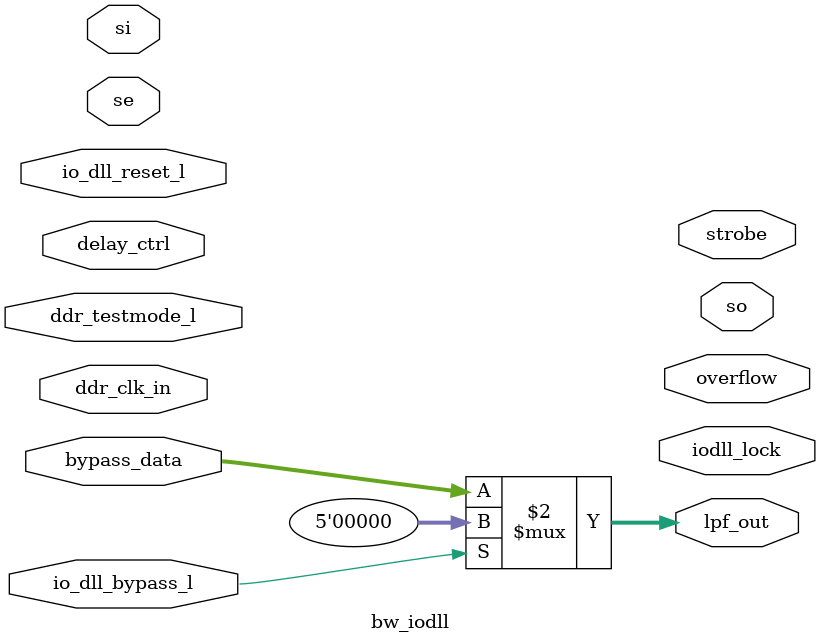
<source format=v>

module bw_iodll(
	// inputs in alphabetical order
        bypass_data,
	ddr_clk_in,
	ddr_testmode_l,
	delay_ctrl,
	io_dll_bypass_l,
	io_dll_reset_l,
	se,
	si,
	//outputs in alphabetical order
	iodll_lock,	
	lpf_out,
	overflow,
	so,
	strobe
          );

	input [4:0]     bypass_data;
	input		ddr_clk_in;
	input		ddr_testmode_l;
	input [2:0]     delay_ctrl;
	input           io_dll_bypass_l;
	input		io_dll_reset_l;
	input		se;
	input		si;

	output		iodll_lock;
	output [4:0] 	lpf_out;
	output		overflow;
	output		so;
	output		strobe;


assign lpf_out = (io_dll_bypass_l == 1'b0)? bypass_data:5'b00000;

endmodule
	

</source>
